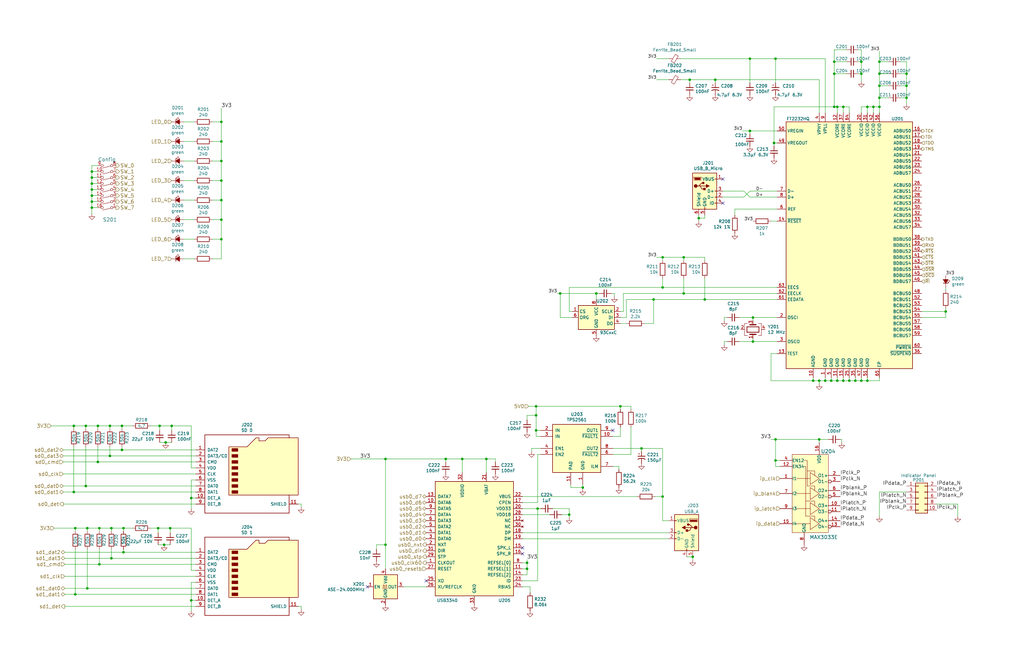
<source format=kicad_sch>
(kicad_sch (version 20230121) (generator eeschema)
  (paper "B")
  (title_block (title "I/O Ports") (date "2020-11-16") (rev "0.2"))
  (junction (at 222.25 240.03))
  (junction (at 38.735 87.63))
  (junction (at 66.675 222.885))
  (junction (at 327.025 24.765))
  (junction (at 36.195 205.105))
  (junction (at 382.27 31.115))
  (junction (at 279.4 121.285))
  (junction (at 72.39 179.705))
  (junction (at 240.03 217.17))
  (junction (at 46.355 192.405))
  (junction (at 226.06 175.26))
  (junction (at 370.84 41.275))
  (junction (at 351.79 45.085))
  (junction (at 316.23 24.765))
  (junction (at 363.22 31.115))
  (junction (at 80.645 210.185))
  (junction (at 51.435 179.705))
  (junction (at 275.59 126.365))
  (junction (at 327.025 185.42))
  (junction (at 93.345 76.2))
  (junction (at 317.5 144.145))
  (junction (at 292.1 234.95))
  (junction (at 326.39 60.325))
  (junction (at 162.56 229.87))
  (junction (at 294.64 92.075))
  (junction (at 93.345 100.965))
  (junction (at 38.735 74.93))
  (junction (at 93.345 51.435))
  (junction (at 52.07 222.885))
  (junction (at 358.14 160.655))
  (junction (at 353.06 160.655))
  (junction (at 301.625 33.655))
  (junction (at 222.25 237.49))
  (junction (at 279.4 108.585))
  (junction (at 38.735 80.01))
  (junction (at 194.945 193.675))
  (junction (at 93.345 84.455))
  (junction (at 342.9 160.655))
  (junction (at 245.745 205.74))
  (junction (at 31.75 250.825))
  (junction (at 226.06 171.45))
  (junction (at 345.44 185.42))
  (junction (at 347.98 160.655))
  (junction (at 370.84 26.035))
  (junction (at 363.22 26.035))
  (junction (at 370.84 36.195))
  (junction (at 52.07 233.045))
  (junction (at 270.51 189.23))
  (junction (at 71.755 222.885))
  (junction (at 51.435 189.865))
  (junction (at 290.83 33.655))
  (junction (at 365.76 160.655))
  (junction (at 363.22 160.655))
  (junction (at 355.6 45.085))
  (junction (at 288.29 123.825))
  (junction (at 93.345 59.69))
  (junction (at 251.46 123.825))
  (junction (at 36.83 222.885))
  (junction (at 382.27 36.195))
  (junction (at 41.91 238.125))
  (junction (at 67.31 179.705))
  (junction (at 351.79 31.115))
  (junction (at 31.75 222.885))
  (junction (at 93.345 67.945))
  (junction (at 236.22 123.825))
  (junction (at 365.76 45.085))
  (junction (at 38.735 72.39))
  (junction (at 36.83 248.285))
  (junction (at 41.91 222.885))
  (junction (at 355.6 160.655))
  (junction (at 226.06 181.61))
  (junction (at 368.3 45.085))
  (junction (at 317.5 133.985))
  (junction (at 41.275 194.945))
  (junction (at 261.62 171.45))
  (junction (at 205.105 193.675))
  (junction (at 93.345 92.71))
  (junction (at 46.99 235.585))
  (junction (at 38.735 82.55))
  (junction (at 31.115 179.705))
  (junction (at 69.215 229.87))
  (junction (at 38.735 77.47))
  (junction (at 351.79 26.035))
  (junction (at 187.96 193.675))
  (junction (at 69.85 186.69))
  (junction (at 370.84 31.115))
  (junction (at 46.355 179.705))
  (junction (at 350.52 160.655))
  (junction (at 316.23 55.245))
  (junction (at 360.68 160.655))
  (junction (at 226.695 214.63))
  (junction (at 398.78 131.445))
  (junction (at 31.115 207.645))
  (junction (at 345.44 160.655))
  (junction (at 46.99 222.885))
  (junction (at 288.29 108.585))
  (junction (at 162.56 193.675))
  (junction (at 382.27 41.275))
  (junction (at 279.4 209.55))
  (junction (at 36.195 179.705))
  (junction (at 80.645 253.365))
  (junction (at 41.275 179.705))
  (junction (at 353.06 45.085))
  (junction (at 327.025 194.31))
  (junction (at 370.84 45.085))
  (junction (at 297.18 126.365))
  (junction (at 38.735 85.09))
  (no_connect (at 220.345 233.68))
  (no_connect (at 220.345 231.14))
  (no_connect (at 304.8 85.725))
  (no_connect (at 304.8 75.565))
  (no_connect (at 154.94 247.65))
  (no_connect (at 258.445 181.61))
  (no_connect (at 179.705 245.11))
  (wire (pts (xy 36.83 222.885) (xy 36.83 224.155)))
  (wire (pts (xy 220.345 224.79) (xy 281.94 224.79)))
  (wire (pts (xy 52.07 222.885) (xy 55.88 222.885)))
  (wire (pts (xy 388.62 133.985) (xy 398.78 133.985)))
  (wire (pts (xy 327.66 149.225) (xy 325.12 149.225)))
  (wire (pts (xy 240.03 121.285) (xy 279.4 121.285)))
  (wire (pts (xy 125.73 212.725) (xy 127 212.725)))
  (wire (pts (xy 51.435 179.705) (xy 51.435 180.975)))
  (wire (pts (xy 374.65 31.115) (xy 370.84 31.115)))
  (wire (pts (xy 31.115 188.595) (xy 31.115 207.645)))
  (wire (pts (xy 46.355 188.595) (xy 46.355 192.405)))
  (wire (pts (xy 205.105 193.675) (xy 205.105 199.39)))
  (wire (pts (xy 80.645 245.745) (xy 80.645 253.365)))
  (wire (pts (xy 222.25 237.49) (xy 222.25 236.22)))
  (wire (pts (xy 41.275 77.47) (xy 38.735 77.47)))
  (wire (pts (xy 353.06 160.655) (xy 353.06 159.385)))
  (wire (pts (xy 31.75 222.885) (xy 22.86 222.885)))
  (wire (pts (xy 276.86 33.655) (xy 281.94 33.655)))
  (wire (pts (xy 226.695 245.11) (xy 220.345 245.11)))
  (wire (pts (xy 379.73 26.035) (xy 382.27 26.035)))
  (wire (pts (xy 403.86 212.725) (xy 403.86 217.805)))
  (wire (pts (xy 127 212.725) (xy 127 213.995)))
  (wire (pts (xy 264.16 126.365) (xy 264.16 133.985)))
  (wire (pts (xy 358.14 45.085) (xy 358.14 47.625)))
  (wire (pts (xy 38.735 69.85) (xy 41.275 69.85)))
  (wire (pts (xy 361.95 20.955) (xy 363.22 20.955)))
  (wire (pts (xy 66.675 222.885) (xy 71.755 222.885)))
  (wire (pts (xy 127 255.905) (xy 127 257.175)))
  (wire (pts (xy 226.695 214.63) (xy 227.965 214.63)))
  (wire (pts (xy 294.64 92.075) (xy 294.64 93.345)))
  (wire (pts (xy 41.275 80.01) (xy 38.735 80.01)))
  (wire (pts (xy 205.105 193.675) (xy 208.915 193.675)))
  (wire (pts (xy 77.47 84.455) (xy 81.915 84.455)))
  (wire (pts (xy 222.885 171.45) (xy 226.06 171.45)))
  (wire (pts (xy 358.14 160.655) (xy 358.14 159.385)))
  (wire (pts (xy 41.275 87.63) (xy 38.735 87.63)))
  (wire (pts (xy 347.98 160.655) (xy 347.98 159.385)))
  (wire (pts (xy 365.76 45.085) (xy 365.76 47.625)))
  (wire (pts (xy 290.83 33.655) (xy 301.625 33.655)))
  (wire (pts (xy 326.39 45.085) (xy 326.39 60.325)))
  (wire (pts (xy 31.75 231.775) (xy 31.75 250.825)))
  (wire (pts (xy 89.535 59.69) (xy 93.345 59.69)))
  (wire (pts (xy 162.56 229.87) (xy 162.56 240.03)))
  (wire (pts (xy 71.755 222.885) (xy 80.645 222.885)))
  (wire (pts (xy 89.535 84.455) (xy 93.345 84.455)))
  (wire (pts (xy 316.23 80.645) (xy 313.69 83.185)))
  (wire (pts (xy 309.88 88.265) (xy 327.66 88.265)))
  (wire (pts (xy 276.86 24.765) (xy 281.94 24.765)))
  (wire (pts (xy 327.66 55.245) (xy 316.23 55.245)))
  (wire (pts (xy 63.5 179.705) (xy 67.31 179.705)))
  (wire (pts (xy 226.695 214.63) (xy 226.695 245.11)))
  (wire (pts (xy 275.59 126.365) (xy 264.16 126.365)))
  (wire (pts (xy 41.275 82.55) (xy 38.735 82.55)))
  (wire (pts (xy 27.305 250.825) (xy 31.75 250.825)))
  (wire (pts (xy 360.68 160.655) (xy 363.22 160.655)))
  (wire (pts (xy 294.64 90.805) (xy 294.64 92.075)))
  (wire (pts (xy 38.735 80.01) (xy 38.735 82.55)))
  (wire (pts (xy 82.55 207.645) (xy 31.115 207.645)))
  (wire (pts (xy 21.59 179.705) (xy 31.115 179.705)))
  (wire (pts (xy 297.18 108.585) (xy 297.18 109.855)))
  (wire (pts (xy 194.945 193.675) (xy 205.105 193.675)))
  (wire (pts (xy 363.22 31.115) (xy 363.22 34.29)))
  (wire (pts (xy 89.535 51.435) (xy 93.345 51.435)))
  (wire (pts (xy 26.67 212.725) (xy 82.55 212.725)))
  (wire (pts (xy 227.965 184.15) (xy 226.06 184.15)))
  (wire (pts (xy 347.98 160.655) (xy 350.52 160.655)))
  (wire (pts (xy 220.345 237.49) (xy 222.25 237.49)))
  (wire (pts (xy 353.06 45.085) (xy 353.06 47.625)))
  (wire (pts (xy 93.345 100.965) (xy 93.345 109.22)))
  (wire (pts (xy 258.445 189.23) (xy 270.51 189.23)))
  (wire (pts (xy 275.59 136.525) (xy 271.78 136.525)))
  (wire (pts (xy 27.305 235.585) (xy 46.99 235.585)))
  (wire (pts (xy 226.06 171.45) (xy 226.06 175.26)))
  (wire (pts (xy 363.22 45.085) (xy 363.22 47.625)))
  (wire (pts (xy 226.06 175.26) (xy 226.06 181.61)))
  (wire (pts (xy 93.345 51.435) (xy 93.345 59.69)))
  (wire (pts (xy 363.22 20.955) (xy 363.22 26.035)))
  (wire (pts (xy 353.06 45.085) (xy 351.79 45.085)))
  (wire (pts (xy 63.5 222.885) (xy 66.675 222.885)))
  (wire (pts (xy 93.345 67.945) (xy 93.345 76.2)))
  (wire (pts (xy 374.65 41.275) (xy 370.84 41.275)))
  (wire (pts (xy 224.155 190.5) (xy 224.155 189.23)))
  (wire (pts (xy 26.67 205.105) (xy 36.195 205.105)))
  (wire (pts (xy 268.605 209.55) (xy 220.345 209.55)))
  (wire (pts (xy 93.345 84.455) (xy 93.345 92.71)))
  (wire (pts (xy 261.62 172.72) (xy 261.62 171.45)))
  (wire (pts (xy 51.435 188.595) (xy 51.435 189.865)))
  (wire (pts (xy 342.9 160.655) (xy 345.44 160.655)))
  (wire (pts (xy 187.96 194.945) (xy 187.96 193.675)))
  (wire (pts (xy 77.47 109.22) (xy 81.915 109.22)))
  (wire (pts (xy 365.76 45.085) (xy 368.3 45.085)))
  (wire (pts (xy 36.195 179.705) (xy 36.195 180.975)))
  (wire (pts (xy 287.02 33.655) (xy 290.83 33.655)))
  (wire (pts (xy 370.84 45.085) (xy 370.84 47.625)))
  (wire (pts (xy 71.755 229.87) (xy 69.215 229.87)))
  (wire (pts (xy 365.76 160.655) (xy 365.76 159.385)))
  (wire (pts (xy 46.99 222.885) (xy 52.07 222.885)))
  (wire (pts (xy 379.73 36.195) (xy 382.27 36.195)))
  (wire (pts (xy 158.75 231.775) (xy 158.75 229.87)))
  (wire (pts (xy 26.67 207.645) (xy 31.115 207.645)))
  (wire (pts (xy 251.46 126.365) (xy 251.46 123.825)))
  (wire (pts (xy 67.31 179.705) (xy 72.39 179.705)))
  (wire (pts (xy 327.025 194.31) (xy 327.025 196.85)))
  (wire (pts (xy 363.22 45.085) (xy 365.76 45.085)))
  (wire (pts (xy 287.02 24.765) (xy 316.23 24.765)))
  (wire (pts (xy 77.47 51.435) (xy 81.915 51.435)))
  (wire (pts (xy 345.44 185.42) (xy 345.44 186.69)))
  (wire (pts (xy 259.08 125.095) (xy 259.08 123.825)))
  (wire (pts (xy 292.1 236.22) (xy 292.1 234.95)))
  (wire (pts (xy 67.31 186.69) (xy 69.85 186.69)))
  (wire (pts (xy 398.78 121.285) (xy 398.78 122.555)))
  (wire (pts (xy 379.73 31.115) (xy 382.27 31.115)))
  (wire (pts (xy 51.435 189.865) (xy 82.55 189.865)))
  (wire (pts (xy 31.115 179.705) (xy 36.195 179.705)))
  (wire (pts (xy 233.045 214.63) (xy 240.03 214.63)))
  (wire (pts (xy 236.22 133.985) (xy 241.3 133.985)))
  (wire (pts (xy 363.22 160.655) (xy 365.76 160.655)))
  (wire (pts (xy 356.87 20.955) (xy 351.79 20.955)))
  (wire (pts (xy 266.065 171.45) (xy 261.62 171.45)))
  (wire (pts (xy 162.56 229.87) (xy 162.56 193.675)))
  (wire (pts (xy 93.345 59.69) (xy 93.345 67.945)))
  (wire (pts (xy 279.4 209.55) (xy 279.4 219.71)))
  (wire (pts (xy 80.645 179.705) (xy 80.645 197.485)))
  (wire (pts (xy 41.91 238.125) (xy 82.55 238.125)))
  (wire (pts (xy 345.44 33.655) (xy 345.44 47.625)))
  (wire (pts (xy 26.67 194.945) (xy 41.275 194.945)))
  (wire (pts (xy 365.76 160.655) (xy 370.84 160.655)))
  (wire (pts (xy 158.75 229.87) (xy 162.56 229.87)))
  (wire (pts (xy 317.5 144.145) (xy 327.66 144.145)))
  (wire (pts (xy 89.535 92.71) (xy 93.345 92.71)))
  (wire (pts (xy 353.06 45.085) (xy 355.6 45.085)))
  (wire (pts (xy 354.33 185.42) (xy 354.965 185.42)))
  (wire (pts (xy 311.785 144.145) (xy 317.5 144.145)))
  (wire (pts (xy 370.84 36.195) (xy 370.84 41.275)))
  (wire (pts (xy 368.3 45.085) (xy 370.84 45.085)))
  (wire (pts (xy 316.23 24.765) (xy 327.025 24.765)))
  (wire (pts (xy 80.645 202.565) (xy 82.55 202.565)))
  (wire (pts (xy 220.345 242.57) (xy 222.25 242.57)))
  (wire (pts (xy 327.025 185.42) (xy 327.025 194.31)))
  (wire (pts (xy 41.275 179.705) (xy 46.355 179.705)))
  (wire (pts (xy 208.915 193.675) (xy 208.915 194.945)))
  (wire (pts (xy 224.155 189.23) (xy 227.965 189.23)))
  (wire (pts (xy 351.79 31.115) (xy 351.79 45.085)))
  (wire (pts (xy 304.8 80.645) (xy 313.69 80.645)))
  (wire (pts (xy 89.535 76.2) (xy 93.345 76.2)))
  (wire (pts (xy 379.73 41.275) (xy 382.27 41.275)))
  (wire (pts (xy 222.25 240.03) (xy 222.25 237.49)))
  (wire (pts (xy 77.47 59.69) (xy 81.915 59.69)))
  (wire (pts (xy 226.06 184.15) (xy 226.06 181.61)))
  (wire (pts (xy 226.695 191.77) (xy 226.695 212.09)))
  (wire (pts (xy 301.625 33.655) (xy 345.44 33.655)))
  (wire (pts (xy 261.62 136.525) (xy 264.16 136.525)))
  (wire (pts (xy 358.14 160.655) (xy 360.68 160.655)))
  (wire (pts (xy 77.47 92.71) (xy 81.915 92.71)))
  (wire (pts (xy 89.535 109.22) (xy 93.345 109.22)))
  (wire (pts (xy 351.79 26.035) (xy 351.79 31.115)))
  (wire (pts (xy 288.29 108.585) (xy 297.18 108.585)))
  (wire (pts (xy 226.695 191.77) (xy 227.965 191.77)))
  (wire (pts (xy 305.435 144.145) (xy 306.705 144.145)))
  (wire (pts (xy 240.03 217.17) (xy 240.03 218.44)))
  (wire (pts (xy 66.675 224.79) (xy 66.675 222.885)))
  (wire (pts (xy 270.51 189.23) (xy 279.4 189.23)))
  (wire (pts (xy 36.83 222.885) (xy 41.91 222.885)))
  (wire (pts (xy 262.89 123.825) (xy 288.29 123.825)))
  (wire (pts (xy 261.62 171.45) (xy 226.06 171.45)))
  (wire (pts (xy 279.4 108.585) (xy 288.29 108.585)))
  (wire (pts (xy 394.97 212.725) (xy 403.86 212.725)))
  (wire (pts (xy 370.84 160.655) (xy 370.84 159.385)))
  (wire (pts (xy 297.18 126.365) (xy 327.66 126.365)))
  (wire (pts (xy 261.62 133.985) (xy 264.16 133.985)))
  (wire (pts (xy 270.51 189.23) (xy 270.51 190.5)))
  (wire (pts (xy 317.5 135.255) (xy 317.5 133.985)))
  (wire (pts (xy 38.735 85.09) (xy 38.735 87.63)))
  (wire (pts (xy 67.31 181.61) (xy 67.31 179.705)))
  (wire (pts (xy 41.275 72.39) (xy 38.735 72.39)))
  (wire (pts (xy 325.12 185.42) (xy 327.025 185.42)))
  (wire (pts (xy 370.84 26.035) (xy 370.84 31.115)))
  (wire (pts (xy 370.84 207.645) (xy 382.27 207.645)))
  (wire (pts (xy 297.18 90.805) (xy 297.18 92.075)))
  (wire (pts (xy 31.75 222.885) (xy 36.83 222.885)))
  (wire (pts (xy 349.25 185.42) (xy 345.44 185.42)))
  (wire (pts (xy 288.29 123.825) (xy 327.66 123.825)))
  (wire (pts (xy 251.46 123.825) (xy 252.73 123.825)))
  (wire (pts (xy 80.645 240.665) (xy 82.55 240.665)))
  (wire (pts (xy 316.23 55.245) (xy 313.055 55.245)))
  (wire (pts (xy 356.87 31.115) (xy 351.79 31.115)))
  (wire (pts (xy 223.52 247.65) (xy 223.52 250.19)))
  (wire (pts (xy 276.86 108.585) (xy 279.4 108.585)))
  (wire (pts (xy 82.55 253.365) (xy 80.645 253.365)))
  (wire (pts (xy 80.645 253.365) (xy 80.645 257.81)))
  (wire (pts (xy 261.62 131.445) (xy 262.89 131.445)))
  (wire (pts (xy 52.07 231.775) (xy 52.07 233.045)))
  (wire (pts (xy 38.735 77.47) (xy 38.735 80.01)))
  (wire (pts (xy 162.56 193.675) (xy 187.96 193.675)))
  (wire (pts (xy 327.025 185.42) (xy 345.44 185.42)))
  (wire (pts (xy 72.39 181.61) (xy 72.39 179.705)))
  (wire (pts (xy 93.345 76.2) (xy 93.345 84.455)))
  (wire (pts (xy 77.47 67.945) (xy 81.915 67.945)))
  (wire (pts (xy 36.195 188.595) (xy 36.195 205.105)))
  (wire (pts (xy 326.39 60.325) (xy 327.66 60.325)))
  (wire (pts (xy 279.4 219.71) (xy 281.94 219.71)))
  (wire (pts (xy 220.345 227.33) (xy 281.94 227.33)))
  (wire (pts (xy 370.84 45.085) (xy 370.84 41.275)))
  (wire (pts (xy 240.03 131.445) (xy 241.3 131.445)))
  (wire (pts (xy 69.215 229.87) (xy 66.675 229.87)))
  (wire (pts (xy 125.73 255.905) (xy 127 255.905)))
  (wire (pts (xy 170.18 247.65) (xy 179.705 247.65)))
  (wire (pts (xy 38.735 82.55) (xy 38.735 85.09)))
  (wire (pts (xy 89.535 67.945) (xy 93.345 67.945)))
  (wire (pts (xy 236.22 123.825) (xy 251.46 123.825)))
  (wire (pts (xy 52.07 233.045) (xy 82.55 233.045)))
  (wire (pts (xy 240.03 121.285) (xy 240.03 131.445)))
  (wire (pts (xy 222.25 177.165) (xy 222.25 175.26)))
  (wire (pts (xy 46.99 231.775) (xy 46.99 235.585)))
  (wire (pts (xy 220.345 240.03) (xy 222.25 240.03)))
  (wire (pts (xy 370.84 31.115) (xy 370.84 36.195)))
  (wire (pts (xy 31.75 222.885) (xy 31.75 224.155)))
  (wire (pts (xy 370.84 21.59) (xy 370.84 26.035)))
  (wire (pts (xy 292.1 234.95) (xy 289.56 234.95)))
  (wire (pts (xy 36.195 205.105) (xy 82.55 205.105)))
  (wire (pts (xy 311.785 133.985) (xy 317.5 133.985)))
  (wire (pts (xy 258.445 191.77) (xy 266.065 191.77)))
  (wire (pts (xy 355.6 45.085) (xy 358.14 45.085)))
  (wire (pts (xy 82.55 250.825) (xy 31.75 250.825)))
  (wire (pts (xy 245.745 205.74) (xy 245.745 204.47)))
  (wire (pts (xy 52.07 222.885) (xy 52.07 224.155)))
  (wire (pts (xy 326.39 61.595) (xy 326.39 60.325)))
  (wire (pts (xy 147.955 193.675) (xy 162.56 193.675)))
  (wire (pts (xy 317.5 133.985) (xy 327.66 133.985)))
  (wire (pts (xy 351.79 20.955) (xy 351.79 26.035)))
  (wire (pts (xy 220.345 217.17) (xy 231.775 217.17)))
  (wire (pts (xy 382.27 41.275) (xy 382.27 43.815)))
  (wire (pts (xy 82.55 210.185) (xy 80.645 210.185)))
  (wire (pts (xy 36.83 231.775) (xy 36.83 248.285)))
  (wire (pts (xy 41.91 222.885) (xy 41.91 224.155)))
  (wire (pts (xy 194.945 193.675) (xy 194.945 199.39)))
  (wire (pts (xy 38.735 69.85) (xy 38.735 72.39)))
  (wire (pts (xy 220.345 214.63) (xy 226.695 214.63)))
  (wire (pts (xy 327.025 34.925) (xy 327.025 24.765)))
  (wire (pts (xy 382.27 26.035) (xy 382.27 31.115)))
  (wire (pts (xy 279.4 189.23) (xy 279.4 209.55)))
  (wire (pts (xy 279.4 121.285) (xy 327.66 121.285)))
  (wire (pts (xy 361.95 26.035) (xy 363.22 26.035)))
  (wire (pts (xy 345.44 160.655) (xy 347.98 160.655)))
  (wire (pts (xy 355.6 160.655) (xy 358.14 160.655)))
  (wire (pts (xy 38.735 72.39) (xy 38.735 74.93)))
  (wire (pts (xy 275.59 126.365) (xy 275.59 136.525)))
  (wire (pts (xy 38.735 74.93) (xy 38.735 77.47)))
  (wire (pts (xy 31.115 179.705) (xy 31.115 180.975)))
  (wire (pts (xy 398.78 133.985) (xy 398.78 131.445)))
  (wire (pts (xy 258.445 196.85) (xy 260.985 196.85)))
  (wire (pts (xy 46.99 224.155) (xy 46.99 222.885)))
  (wire (pts (xy 27.305 233.045) (xy 52.07 233.045)))
  (wire (pts (xy 350.52 160.655) (xy 353.06 160.655)))
  (wire (pts (xy 355.6 160.655) (xy 355.6 159.385)))
  (wire (pts (xy 288.29 117.475) (xy 288.29 123.825)))
  (wire (pts (xy 259.08 123.825) (xy 257.81 123.825)))
  (wire (pts (xy 227.965 181.61) (xy 226.06 181.61)))
  (wire (pts (xy 290.83 33.655) (xy 290.83 34.925)))
  (wire (pts (xy 313.69 80.645) (xy 316.23 83.185)))
  (wire (pts (xy 356.87 26.035) (xy 351.79 26.035)))
  (wire (pts (xy 220.345 247.65) (xy 223.52 247.65)))
  (wire (pts (xy 388.62 131.445) (xy 398.78 131.445)))
  (wire (pts (xy 80.645 245.745) (xy 82.55 245.745)))
  (wire (pts (xy 353.06 160.655) (xy 355.6 160.655)))
  (wire (pts (xy 234.95 123.825) (xy 236.22 123.825)))
  (wire (pts (xy 355.6 45.085) (xy 355.6 47.625)))
  (wire (pts (xy 316.23 83.185) (xy 327.66 83.185)))
  (wire (pts (xy 41.275 85.09) (xy 38.735 85.09)))
  (wire (pts (xy 266.065 172.72) (xy 266.065 171.45)))
  (wire (pts (xy 46.355 179.705) (xy 51.435 179.705)))
  (wire (pts (xy 361.95 31.115) (xy 363.22 31.115)))
  (wire (pts (xy 363.22 26.035) (xy 363.22 31.115)))
  (wire (pts (xy 363.22 160.655) (xy 363.22 159.385)))
  (wire (pts (xy 275.59 126.365) (xy 297.18 126.365)))
  (wire (pts (xy 279.4 109.855) (xy 279.4 108.585)))
  (wire (pts (xy 71.755 224.79) (xy 71.755 222.885)))
  (wire (pts (xy 350.52 160.655) (xy 350.52 159.385)))
  (wire (pts (xy 80.645 202.565) (xy 80.645 210.185)))
  (wire (pts (xy 41.275 74.93) (xy 38.735 74.93)))
  (wire (pts (xy 41.91 231.775) (xy 41.91 238.125)))
  (wire (pts (xy 93.345 92.71) (xy 93.345 100.965)))
  (wire (pts (xy 301.625 34.925) (xy 301.625 33.655)))
  (wire (pts (xy 27.305 238.125) (xy 41.91 238.125)))
  (wire (pts (xy 374.65 36.195) (xy 370.84 36.195)))
  (wire (pts (xy 276.225 209.55) (xy 279.4 209.55)))
  (wire (pts (xy 305.435 133.985) (xy 306.705 133.985)))
  (wire (pts (xy 26.67 192.405) (xy 46.355 192.405)))
  (wire (pts (xy 382.27 36.195) (xy 382.27 41.275)))
  (wire (pts (xy 80.645 197.485) (xy 82.55 197.485)))
  (wire (pts (xy 82.55 243.205) (xy 27.305 243.205)))
  (wire (pts (xy 327.66 80.645) (xy 316.23 80.645)))
  (wire (pts (xy 258.445 184.15) (xy 261.62 184.15)))
  (wire (pts (xy 317.5 142.875) (xy 317.5 144.145)))
  (wire (pts (xy 77.47 100.965) (xy 81.915 100.965)))
  (wire (pts (xy 36.195 179.705) (xy 41.275 179.705)))
  (wire (pts (xy 27.305 255.905) (xy 82.55 255.905)))
  (wire (pts (xy 261.62 184.15) (xy 261.62 180.34)))
  (wire (pts (xy 327.025 24.765) (xy 347.98 24.765)))
  (wire (pts (xy 245.745 206.375) (xy 245.745 205.74)))
  (wire (pts (xy 313.69 83.185) (xy 304.8 83.185)))
  (wire (pts (xy 51.435 179.705) (xy 55.88 179.705)))
  (wire (pts (xy 226.695 212.09) (xy 220.345 212.09)))
  (wire (pts (xy 69.85 186.69) (xy 72.39 186.69)))
  (wire (pts (xy 240.665 205.74) (xy 245.745 205.74)))
  (wire (pts (xy 36.83 248.285) (xy 82.55 248.285)))
  (wire (pts (xy 89.535 100.965) (xy 93.345 100.965)))
  (wire (pts (xy 305.435 145.415) (xy 305.435 144.145)))
  (wire (pts (xy 327.025 196.85) (xy 328.93 196.85)))
  (wire (pts (xy 260.985 196.85) (xy 260.985 198.12)))
  (wire (pts (xy 82.55 200.025) (xy 26.67 200.025)))
  (wire (pts (xy 309.88 90.805) (xy 309.88 88.265)))
  (wire (pts (xy 236.22 123.825) (xy 236.22 133.985)))
  (wire (pts (xy 26.67 189.865) (xy 51.435 189.865)))
  (wire (pts (xy 27.305 248.285) (xy 36.83 248.285)))
  (wire (pts (xy 368.3 45.085) (xy 368.3 47.625)))
  (wire (pts (xy 325.12 160.655) (xy 342.9 160.655)))
  (wire (pts (xy 325.12 93.345) (xy 327.66 93.345)))
  (wire (pts (xy 325.12 149.225) (xy 325.12 160.655)))
  (wire (pts (xy 305.435 135.255) (xy 305.435 133.985)))
  (wire (pts (xy 38.735 87.63) (xy 38.735 90.17)))
  (wire (pts (xy 77.47 76.2) (xy 81.915 76.2)))
  (wire (pts (xy 297.18 92.075) (xy 294.64 92.075)))
  (wire (pts (xy 354.965 185.42) (xy 354.965 186.69)))
  (wire (pts (xy 370.84 207.645) (xy 370.84 217.805)))
  (wire (pts (xy 41.275 194.945) (xy 82.55 194.945)))
  (wire (pts (xy 316.23 34.925) (xy 316.23 24.765)))
  (wire (pts (xy 236.855 217.17) (xy 240.03 217.17)))
  (wire (pts (xy 240.665 205.74) (xy 240.665 204.47)))
  (wire (pts (xy 187.96 193.675) (xy 194.945 193.675)))
  (wire (pts (xy 351.79 45.085) (xy 326.39 45.085)))
  (wire (pts (xy 46.99 235.585) (xy 82.55 235.585)))
  (wire (pts (xy 279.4 117.475) (xy 279.4 121.285)))
  (wire (pts (xy 41.91 222.885) (xy 46.99 222.885)))
  (wire (pts (xy 360.68 160.655) (xy 360.68 159.385)))
  (wire (pts (xy 345.44 161.925) (xy 345.44 160.655)))
  (wire (pts (xy 93.345 45.72) (xy 93.345 51.435)))
  (wire (pts (xy 328.93 194.31) (xy 327.025 194.31)))
  (wire (pts (xy 297.18 117.475) (xy 297.18 126.365)))
  (wire (pts (xy 382.27 31.115) (xy 382.27 36.195)))
  (wire (pts (xy 342.9 159.385) (xy 342.9 160.655)))
  (wire (pts (xy 41.275 179.705) (xy 41.275 180.975)))
  (wire (pts (xy 222.25 242.57) (xy 222.25 240.03)))
  (wire (pts (xy 374.65 26.035) (xy 370.84 26.035)))
  (wire (pts (xy 240.03 214.63) (xy 240.03 217.17)))
  (wire (pts (xy 266.065 191.77) (xy 266.065 180.34)))
  (wire (pts (xy 288.29 109.855) (xy 288.29 108.585)))
  (wire (pts (xy 46.355 192.405) (xy 82.55 192.405)))
  (wire (pts (xy 316.23 56.515) (xy 316.23 55.245)))
  (wire (pts (xy 41.275 188.595) (xy 41.275 194.945)))
  (wire (pts (xy 398.78 131.445) (xy 398.78 130.175)))
  (wire (pts (xy 80.645 222.885) (xy 80.645 240.665)))
  (wire (pts (xy 347.98 24.765) (xy 347.98 47.625)))
  (wire (pts (xy 222.25 175.26) (xy 226.06 175.26)))
  (wire (pts (xy 46.355 180.975) (xy 46.355 179.705)))
  (wire (pts (xy 72.39 179.705) (xy 80.645 179.705)))
  (wire (pts (xy 262.89 131.445) (xy 262.89 123.825)))
  (wire (pts (xy 80.645 210.185) (xy 80.645 214.63)))
  (label "IPblank_N" (at 382.27 212.725 180) (effects (font (size 1.524 1.524))))
  (label "3V3" (at 93.345 45.72 0) (effects (font (size 1.524 1.524))))
  (label "D+" (at 318.77 83.185 0))
  (label "3V3" (at 317.5 93.345 180))
  (label "IPlatch_P" (at 354.33 213.36 0) (effects (font (size 1.524 1.524))))
  (label "3V3" (at 313.055 55.245 180))
  (label "IPblank_P" (at 394.97 210.185 0) (effects (font (size 1.524 1.524))))
  (label "IPlatch_P" (at 394.97 207.645 0) (effects (font (size 1.524 1.524))))
  (label "3V3" (at 156.21 193.675 180) (effects (font (size 1.524 1.524))))
  (label "IPblank_P" (at 354.33 207.01 0) (effects (font (size 1.524 1.524))))
  (label "3V3" (at 276.86 24.765 180))
  (label "3V3" (at 398.78 116.205 0))
  (label "IPdata_N" (at 394.97 205.105 0) (effects (font (size 1.524 1.524))))
  (label "IPdata_P" (at 382.27 205.105 180) (effects (font (size 1.524 1.524))))
  (label "D-" (at 318.77 80.645 0))
  (label "3V3" (at 276.86 33.655 180))
  (label "IPclk_N" (at 394.97 215.265 0) (effects (font (size 1.524 1.524))))
  (label "3V3" (at 234.95 123.825 180))
  (label "IPdata_P" (at 354.33 219.71 0) (effects (font (size 1.524 1.524))))
  (label "IPlatch_N" (at 382.27 210.185 180) (effects (font (size 1.524 1.524))))
  (label "3V3" (at 325.12 185.42 180) (effects (font (size 1.524 1.524))))
  (label "3V3" (at 222.25 236.22 0) (effects (font (size 1.524 1.524))))
  (label "IPclk_P" (at 382.27 215.265 180) (effects (font (size 1.524 1.524))))
  (label "3V3" (at 370.84 21.59 180))
  (label "IPclk_N" (at 354.33 203.2 0) (effects (font (size 1.524 1.524))))
  (label "IPlatch_N" (at 354.33 215.9 0) (effects (font (size 1.524 1.524))))
  (label "IPclk_P" (at 354.33 200.66 0) (effects (font (size 1.524 1.524))))
  (label "IPdata_N" (at 354.33 222.25 0) (effects (font (size 1.524 1.524))))
  (label "IPblank_N" (at 354.33 209.55 0) (effects (font (size 1.524 1.524))))
  (label "3V3" (at 276.86 108.585 180))
  (hierarchical_label "~{RI}" (shape input) (at 388.62 118.745 0))
  (hierarchical_label "usb0_resetb" (shape input) (at 179.705 240.03 180) (effects (font (size 1.524 1.524))))
  (hierarchical_label "LED_1" (shape input) (at 72.39 59.69 180) (effects (font (size 1.524 1.524))))
  (hierarchical_label "usb0_dir" (shape output) (at 179.705 232.41 180) (effects (font (size 1.524 1.524))))
  (hierarchical_label "sd1_det" (shape output) (at 27.305 255.905 180) (effects (font (size 1.524 1.524))))
  (hierarchical_label "sd0_dat3" (shape bidirectional) (at 26.67 192.405 180) (effects (font (size 1.524 1.524))))
  (hierarchical_label "SW_0" (shape output) (at 48.895 69.85 0) (effects (font (size 1.524 1.524))))
  (hierarchical_label "~{DTR}" (shape output) (at 388.62 111.125 0))
  (hierarchical_label "usb0_clk60" (shape output) (at 179.705 237.49 180) (effects (font (size 1.524 1.524))))
  (hierarchical_label "ip_latch" (shape input) (at 328.93 214.63 180) (effects (font (size 1.524 1.524))))
  (hierarchical_label "~{CTS}" (shape input) (at 388.62 108.585 0))
  (hierarchical_label "SW_1" (shape output) (at 48.895 72.39 0) (effects (font (size 1.524 1.524))))
  (hierarchical_label "ip_blank" (shape input) (at 328.93 208.28 180) (effects (font (size 1.524 1.524))))
  (hierarchical_label "sd1_dat0" (shape bidirectional) (at 27.305 248.285 180) (effects (font (size 1.524 1.524))))
  (hierarchical_label "usb0_stp" (shape output) (at 179.705 234.95 180) (effects (font (size 1.524 1.524))))
  (hierarchical_label "ip_clk" (shape input) (at 328.93 201.93 180) (effects (font (size 1.524 1.524))))
  (hierarchical_label "sd1_clk" (shape input) (at 27.305 243.205 180) (effects (font (size 1.524 1.524))))
  (hierarchical_label "usb0_nxt" (shape output) (at 179.705 229.87 180) (effects (font (size 1.524 1.524))))
  (hierarchical_label "TDI" (shape output) (at 388.62 57.785 0))
  (hierarchical_label "sd0_clk" (shape input) (at 26.67 200.025 180) (effects (font (size 1.524 1.524))))
  (hierarchical_label "SW_6" (shape output) (at 48.895 85.09 0) (effects (font (size 1.524 1.524))))
  (hierarchical_label "LED_7" (shape input) (at 72.39 109.22 180) (effects (font (size 1.524 1.524))))
  (hierarchical_label "usb0_d3" (shape bidirectional) (at 179.705 219.71 180) (effects (font (size 1.524 1.524))))
  (hierarchical_label "RXD" (shape input) (at 388.62 103.505 0))
  (hierarchical_label "usb0_d5" (shape bidirectional) (at 179.705 214.63 180) (effects (font (size 1.524 1.524))))
  (hierarchical_label "LED_0" (shape input) (at 72.39 51.435 180) (effects (font (size 1.524 1.524))))
  (hierarchical_label "TMS" (shape output) (at 388.62 62.865 0))
  (hierarchical_label "LED_3" (shape input) (at 72.39 76.2 180) (effects (font (size 1.524 1.524))))
  (hierarchical_label "usb0_d2" (shape bidirectional) (at 179.705 222.25 180) (effects (font (size 1.524 1.524))))
  (hierarchical_label "sd0_cmd" (shape input) (at 26.67 194.945 180) (effects (font (size 1.524 1.524))))
  (hierarchical_label "~{RTS}" (shape output) (at 388.62 106.045 0))
  (hierarchical_label "5V0" (shape input) (at 222.885 171.45 180) (effects (font (size 1.524 1.524))))
  (hierarchical_label "sd0_dat2" (shape bidirectional) (at 26.67 189.865 180) (effects (font (size 1.524 1.524))))
  (hierarchical_label "usb0_d0" (shape bidirectional) (at 179.705 227.33 180) (effects (font (size 1.524 1.524))))
  (hierarchical_label "sd1_dat2" (shape bidirectional) (at 27.305 233.045 180) (effects (font (size 1.524 1.524))))
  (hierarchical_label "sd1_dat3" (shape bidirectional) (at 27.305 235.585 180) (effects (font (size 1.524 1.524))))
  (hierarchical_label "sd0_det" (shape output) (at 26.67 212.725 180) (effects (font (size 1.524 1.524))))
  (hierarchical_label "SW_4" (shape output) (at 48.895 80.01 0) (effects (font (size 1.524 1.524))))
  (hierarchical_label "LED_5" (shape input) (at 72.39 92.71 180) (effects (font (size 1.524 1.524))))
  (hierarchical_label "usb0_d6" (shape bidirectional) (at 179.705 212.09 180) (effects (font (size 1.524 1.524))))
  (hierarchical_label "sd1_cmd" (shape input) (at 27.305 238.125 180) (effects (font (size 1.524 1.524))))
  (hierarchical_label "~{DCD}" (shape input) (at 388.62 116.205 0))
  (hierarchical_label "sd1_dat1" (shape bidirectional) (at 27.305 250.825 180) (effects (font (size 1.524 1.524))))
  (hierarchical_label "3V3" (shape input) (at 147.955 193.675 180) (effects (font (size 1.524 1.524))))
  (hierarchical_label "TDO" (shape input) (at 388.62 60.325 0))
  (hierarchical_label "3V3" (shape input) (at 21.59 179.705 180) (effects (font (size 1.524 1.524))))
  (hierarchical_label "LED_6" (shape input) (at 72.39 100.965 180) (effects (font (size 1.524 1.524))))
  (hierarchical_label "LED_2" (shape input) (at 72.39 67.945 180) (effects (font (size 1.524 1.524))))
  (hierarchical_label "TCK" (shape output) (at 388.62 55.245 0))
  (hierarchical_label "SW_3" (shape output) (at 48.895 77.47 0) (effects (font (size 1.524 1.524))))
  (hierarchical_label "usb0_d1" (shape bidirectional) (at 179.705 224.79 180) (effects (font (size 1.524 1.524))))
  (hierarchical_label "ip_data" (shape input) (at 328.93 220.98 180) (effects (font (size 1.524 1.524))))
  (hierarchical_label "SW_5" (shape output) (at 48.895 82.55 0) (effects (font (size 1.524 1.524))))
  (hierarchical_label "LED_4" (shape input) (at 72.39 84.455 180) (effects (font (size 1.524 1.524))))
  (hierarchical_label "TXD" (shape output) (at 388.62 100.965 0))
  (hierarchical_label "sd0_dat0" (shape bidirectional) (at 26.67 205.105 180) (effects (font (size 1.524 1.524))))
  (hierarchical_label "SW_7" (shape output) (at 48.895 87.63 0) (effects (font (size 1.524 1.524))))
  (hierarchical_label "usb0_d4" (shape bidirectional) (at 179.705 217.17 180) (effects (font (size 1.524 1.524))))
  (hierarchical_label "SW_2" (shape output) (at 48.895 74.93 0) (effects (font (size 1.524 1.524))))
  (hierarchical_label "sd0_dat1" (shape bidirectional) (at 26.67 207.645 180) (effects (font (size 1.524 1.524))))
  (hierarchical_label "3V3" (shape input) (at 22.86 222.885 180) (effects (font (size 1.524 1.524))))
  (hierarchical_label "~{DSR}" (shape input) (at 388.62 113.665 0))
  (hierarchical_label "usb0_d7" (shape bidirectional) (at 179.705 209.55 180) (effects (font (size 1.524 1.524))))
  (symbol (lib_id "power:GND") (at 292.1 236.22 0) (unit 1)
    (property "Reference" "#PWR0233" (effects hide))
    (property "Value" "GND" (effects hide))
  )
  (symbol (lib_id "myLib:DIP-Switch-8") (at 46.355 87.63 180) (unit 1)
    (property "Reference" "S201" (at 46.355 92.71 0) (effects (font (size 1.524 1.524))))
    (property "Value" "Config" (at 45.085 67.31 0) (effects (font (size 1.524 1.524))))
    (property "Footprint" "Button_Switch_SMD:SW_DIP_SPSTx08_Slide_6.7x21.88mm_W6.73mm_P2.54mm_LowProfile_JPin" (effects hide))
  )
  (symbol (lib_id "power:GND") (at 38.735 90.17 0) (mirror y) (unit 1)
    (property "Reference" "#PWR0209" (effects hide))
    (property "Value" "GND" (effects hide))
  )
  (symbol (lib_id "Connector:USB_A") (at 289.56 224.79 0) (mirror y) (unit 1)
    (property "Reference" "J203" (at 294.64 213.36 0) (effects (justify left)))
    (property "Value" "USB_A" (at 294.64 215.9 0) (effects (justify left)))
    (property "Footprint" "myMods:USB-A-Amphenol-UE27" (effects hide))
    (property "manf#" "UE27AC54100" (effects hide))
  )
  (symbol (lib_id "myLib:USB3340") (at 200.025 227.33 0) (unit 1)
    (property "Reference" "U205" (at 212.725 253.365 0))
    (property "Value" "USB3340" (at 188.595 253.365 0))
    (property "Footprint" "Package_DFN_QFN:QFN-32-1EP_5x5mm_P0.5mm_EP3.45x3.45mm" (effects hide))
    (property "Datasheet" "http://ww1.microchip.com/downloads/en/DeviceDoc/00001783C.pdf" (effects hide))
    (property "manf#" "USB3340-EZK" (effects hide))
  )
  (symbol (lib_id "power:GND") (at 200.025 255.27 0) (unit 1)
    (property "Reference" "#PWR0236" (effects hide))
    (property "Value" "GND" (effects hide))
  )
  (symbol (lib_id "Interface_USB:TPS2561") (at 243.205 189.23 0) (unit 1)
    (property "Reference" "U203" (at 243.205 174.8282 0))
    (property "Value" "TPS2561" (at 243.205 177.1396 0))
    (property "Footprint" "Package_SON:VSON-10-1EP_3x3mm_P0.5mm_EP1.65x2.4mm_ThermalVias" (effects hide))
    (property "Datasheet" "http://www.ti.com/lit/ds/symlink/tps2561.pdf" (effects hide))
    (property "manf#" "TPS2561DRCR" (effects hide))
  )
  (symbol (lib_id "Device:R") (at 261.62 176.53 0) (unit 1)
    (property "Reference" "R216" (at 259.9182 175.3616 0) (effects (justify right)))
    (property "Value" "100k" (at 259.9182 177.673 0) (effects (justify right)))
    (property "Footprint" "Resistor_SMD:R_0603_1608Metric" (effects hide))
  )
  (symbol (lib_id "Device:R") (at 266.065 176.53 0) (unit 1)
    (property "Reference" "R217" (at 267.7922 175.3616 0) (effects (justify left)))
    (property "Value" "100k" (at 267.7922 177.673 0) (effects (justify left)))
    (property "Footprint" "Resistor_SMD:R_0603_1608Metric" (effects hide))
  )
  (symbol (lib_id "power:GND") (at 245.745 206.375 0) (unit 1)
    (property "Reference" "#PWR0225" (effects hide))
    (property "Value" "GND" (effects hide))
  )
  (symbol (lib_id "Device:CP1_Small") (at 270.51 193.04 0) (unit 1)
    (property "Reference" "C221" (at 272.8214 191.8716 0) (effects (justify left)))
    (property "Value" "150µF" (at 272.8214 194.183 0) (effects (justify left)))
    (property "Footprint" "Capacitor_Tantalum_SMD:CP_EIA-6032-28_Kemet-C" (effects hide))
  )
  (symbol (lib_id "power:GND") (at 270.51 195.58 0) (unit 1)
    (property "Reference" "#PWR0221" (effects hide))
    (property "Value" "GND" (effects hide))
  )
  (symbol (lib_id "Device:R") (at 260.985 201.93 0) (unit 1)
    (property "Reference" "R224" (at 262.7122 200.7616 0) (effects (justify left)))
    (property "Value" "56.2k" (at 262.7122 203.073 0) (effects (justify left)))
    (property "Footprint" "Resistor_SMD:R_0603_1608Metric" (effects hide))
  )
  (symbol (lib_id "power:GND") (at 260.985 205.74 0) (unit 1)
    (property "Reference" "#PWR0224" (effects hide))
    (property "Value" "GND" (effects hide))
  )
  (symbol (lib_id "Device:C_Small") (at 222.25 179.705 0) (unit 1)
    (property "Reference" "C217" (at 219.9386 178.5366 0) (effects (justify right)))
    (property "Value" "100nF" (at 219.9386 180.848 0) (effects (justify right)))
    (property "Footprint" "Capacitor_SMD:C_0603_1608Metric" (effects hide))
  )
  (symbol (lib_id "power:GND") (at 222.25 182.245 0) (unit 1)
    (property "Reference" "#PWR0217" (effects hide))
    (property "Value" "GND" (effects hide))
  )
  (symbol (lib_id "Device:R") (at 85.725 51.435 270) (unit 1)
    (property "Reference" "R201" (at 85.725 46.1772 90))
    (property "Value" "240" (at 85.725 48.4886 90))
    (property "Footprint" "Resistor_SMD:R_0603_1608Metric" (effects hide))
  )
  (symbol (lib_id "Device:LED_Small_ALT") (at 74.93 51.435 0) (unit 1)
    (property "Reference" "D201" (at 74.93 45.466 0))
    (property "Value" "green" (at 74.93 47.7774 0))
    (property "Footprint" "LED_SMD:LED_0603_1608Metric" (effects hide))
    (property "manf#" "LTST-C190KGKT" (effects hide))
  )
  (symbol (lib_id "Device:R") (at 85.725 59.69 270) (unit 1)
    (property "Reference" "R202" (at 85.725 54.4322 90))
    (property "Value" "240" (at 85.725 56.7436 90))
    (property "Footprint" "Resistor_SMD:R_0603_1608Metric" (effects hide))
  )
  (symbol (lib_id "Device:LED_Small_ALT") (at 74.93 59.69 0) (unit 1)
    (property "Reference" "D202" (at 74.93 53.721 0))
    (property "Value" "green" (at 74.93 56.0324 0))
    (property "Footprint" "LED_SMD:LED_0603_1608Metric" (effects hide))
    (property "manf#" "LTST-C190KGKT" (effects hide))
  )
  (symbol (lib_id "Device:R") (at 85.725 67.945 270) (unit 1)
    (property "Reference" "R203" (at 85.725 62.6872 90))
    (property "Value" "240" (at 85.725 64.9986 90))
    (property "Footprint" "Resistor_SMD:R_0603_1608Metric" (effects hide))
  )
  (symbol (lib_id "Device:LED_Small_ALT") (at 74.93 67.945 0) (unit 1)
    (property "Reference" "D203" (at 74.93 61.976 0))
    (property "Value" "green" (at 74.93 64.2874 0))
    (property "Footprint" "LED_SMD:LED_0603_1608Metric" (effects hide))
    (property "manf#" "LTST-C190KGKT" (effects hide))
  )
  (symbol (lib_id "Device:R") (at 85.725 76.2 270) (unit 1)
    (property "Reference" "R204" (at 85.725 70.9422 90))
    (property "Value" "240" (at 85.725 73.2536 90))
    (property "Footprint" "Resistor_SMD:R_0603_1608Metric" (effects hide))
  )
  (symbol (lib_id "Device:LED_Small_ALT") (at 74.93 76.2 0) (unit 1)
    (property "Reference" "D204" (at 74.93 70.231 0))
    (property "Value" "green" (at 74.93 72.5424 0))
    (property "Footprint" "LED_SMD:LED_0603_1608Metric" (effects hide))
    (property "manf#" "LTST-C190KGKT" (effects hide))
  )
  (symbol (lib_id "Device:R") (at 85.725 84.455 270) (unit 1)
    (property "Reference" "R205" (at 85.725 79.1972 90))
    (property "Value" "240" (at 85.725 81.5086 90))
    (property "Footprint" "Resistor_SMD:R_0603_1608Metric" (effects hide))
  )
  (symbol (lib_id "Device:LED_Small_ALT") (at 74.93 84.455 0) (unit 1)
    (property "Reference" "D205" (at 74.93 78.486 0))
    (property "Value" "green" (at 74.93 80.7974 0))
    (property "Footprint" "LED_SMD:LED_0603_1608Metric" (effects hide))
    (property "manf#" "LTST-C190KGKT" (effects hide))
  )
  (symbol (lib_id "Device:R") (at 85.725 92.71 270) (unit 1)
    (property "Reference" "R206" (at 85.725 87.4522 90))
    (property "Value" "240" (at 85.725 89.7636 90))
    (property "Footprint" "Resistor_SMD:R_0603_1608Metric" (effects hide))
  )
  (symbol (lib_id "Device:LED_Small_ALT") (at 74.93 92.71 0) (unit 1)
    (property "Reference" "D206" (at 74.93 86.741 0))
    (property "Value" "green" (at 74.93 89.0524 0))
    (property "Footprint" "LED_SMD:LED_0603_1608Metric" (effects hide))
    (property "manf#" "LTST-C190KGKT" (effects hide))
  )
  (symbol (lib_id "Device:R") (at 85.725 100.965 270) (unit 1)
    (property "Reference" "R209" (at 85.725 95.7072 90))
    (property "Value" "240" (at 85.725 98.0186 90))
    (property "Footprint" "Resistor_SMD:R_0603_1608Metric" (effects hide))
  )
  (symbol (lib_id "Device:LED_Small_ALT") (at 74.93 100.965 0) (unit 1)
    (property "Reference" "D207" (at 74.93 94.996 0))
    (property "Value" "green" (at 74.93 97.3074 0))
    (property "Footprint" "LED_SMD:LED_0603_1608Metric" (effects hide))
    (property "manf#" "LTST-C190KGKT" (effects hide))
  )
  (symbol (lib_id "Device:R") (at 85.725 109.22 270) (unit 1)
    (property "Reference" "R210" (at 85.725 103.9622 90))
    (property "Value" "240" (at 85.725 106.2736 90))
    (property "Footprint" "Resistor_SMD:R_0603_1608Metric" (effects hide))
  )
  (symbol (lib_id "Device:LED_Small_ALT") (at 74.93 109.22 0) (unit 1)
    (property "Reference" "D208" (at 74.93 103.251 0))
    (property "Value" "green" (at 74.93 105.5624 0))
    (property "Footprint" "LED_SMD:LED_0603_1608Metric" (effects hide))
    (property "manf#" "LTST-C190KGKT" (effects hide))
  )
  (symbol (lib_id "Device:C_Small") (at 187.96 197.485 0) (unit 1)
    (property "Reference" "C222" (at 185.6486 196.3166 0) (effects (justify right)))
    (property "Value" "100nF" (at 185.6486 198.628 0) (effects (justify right)))
    (property "Footprint" "Capacitor_SMD:C_0603_1608Metric" (effects hide))
  )
  (symbol (lib_id "power:GND") (at 187.96 200.025 0) (unit 1)
    (property "Reference" "#PWR0222" (effects hide))
    (property "Value" "GND" (effects hide))
  )
  (symbol (lib_id "Device:C_Small") (at 208.915 197.485 0) (unit 1)
    (property "Reference" "C223" (at 211.2518 196.3166 0) (effects (justify left)))
    (property "Value" "100nF" (at 211.2518 198.628 0) (effects (justify left)))
    (property "Footprint" "Capacitor_SMD:C_0603_1608Metric" (effects hide))
  )
  (symbol (lib_id "power:GND") (at 208.915 200.025 0) (unit 1)
    (property "Reference" "#PWR0223" (effects hide))
    (property "Value" "GND" (effects hide))
  )
  (symbol (lib_id "Device:R") (at 223.52 254 0) (unit 1)
    (property "Reference" "R232" (at 225.2472 252.8316 0) (effects (justify left)))
    (property "Value" "8.06k" (at 225.2472 255.143 0) (effects (justify left)))
    (property "Footprint" "Resistor_SMD:R_0603_1608Metric" (effects hide))
  )
  (symbol (lib_id "power:GND") (at 223.52 257.81 0) (unit 1)
    (property "Reference" "#PWR0239" (effects hide))
    (property "Value" "GND" (effects hide))
  )
  (symbol (lib_id "Device:C_Small") (at 230.505 214.63 90) (unit 1)
    (property "Reference" "C224" (at 230.505 208.8134 90))
    (property "Value" "1µF" (at 230.505 211.1248 90))
    (property "Footprint" "Capacitor_SMD:C_0603_1608Metric" (effects hide))
  )
  (symbol (lib_id "power:GND") (at 240.03 218.44 0) (unit 1)
    (property "Reference" "#PWR0230" (effects hide))
    (property "Value" "GND" (effects hide))
  )
  (symbol (lib_id "Device:C_Small") (at 234.315 217.17 90) (unit 1)
    (property "Reference" "C225" (at 234.315 220.6498 90))
    (property "Value" "1µF" (at 234.315 222.9612 90))
    (property "Footprint" "Capacitor_SMD:C_0603_1608Metric" (effects hide))
  )
  (symbol (lib_id "Oscillator:ASE-xxxMHz") (at 162.56 247.65 0) (unit 1)
    (property "Reference" "X201" (at 153.8224 246.4816 0) (effects (justify right)))
    (property "Value" "ASE-24.000MHz" (at 153.8224 248.793 0) (effects (justify right)))
    (property "Footprint" "Oscillator:Oscillator_SMD_Abracon_ASE-4Pin_3.2x2.5mm" (effects hide))
    (property "Datasheet" "http://www.abracon.com/Oscillators/ASV.pdf" (effects hide))
    (property "manf#" "ASE-24.000MHZ-LC-T" (effects hide))
  )
  (symbol (lib_id "power:GND") (at 162.56 255.27 0) (unit 1)
    (property "Reference" "#PWR0235" (effects hide))
    (property "Value" "GND" (effects hide))
  )
  (symbol (lib_id "Device:C_Small") (at 158.75 234.315 0) (unit 1)
    (property "Reference" "C228" (at 156.4386 233.1466 0) (effects (justify right)))
    (property "Value" "10nF" (at 156.4386 235.458 0) (effects (justify right)))
    (property "Footprint" "Capacitor_SMD:C_0603_1608Metric" (effects hide))
  )
  (symbol (lib_id "power:GND") (at 158.75 236.855 0) (unit 1)
    (property "Reference" "#PWR0234" (effects hide))
    (property "Value" "GND" (effects hide))
  )
  (symbol (lib_id "Device:R") (at 272.415 209.55 90) (unit 1)
    (property "Reference" "R225" (at 272.415 204.343 90))
    (property "Value" "20k" (at 272.415 206.6544 90))
    (property "Footprint" "Resistor_SMD:R_0603_1608Metric" (effects hide))
  )
  (symbol (lib_id "Connector_Generic:Conn_02x05_Odd_Even") (at 387.35 210.185 0) (unit 1)
    (property "Reference" "P201" (at 387.35 202.565 0))
    (property "Value" "Indicator Panel" (at 387.35 200.66 0))
    (property "Footprint" "myMods:Box_Header_2x05_P2.54mm" (effects hide))
    (property "Datasheet" "https://drawings-pdf.s3.amazonaws.com/11092.pdf" (effects hide))
    (property "manf#" "SBH11-PBPC-D05-RA-BK" (effects hide))
  )
  (symbol (lib_id "myLib:MAX3033E") (at 334.01 196.85 0) (unit 1)
    (property "Reference" "U204" (at 349.25 190.5 0) (effects (font (size 1.524 1.524))))
    (property "Value" "MAX3033E" (at 347.345 226.695 0) (effects (font (size 1.524 1.524))))
    (property "Footprint" "Package_SO:TSSOP-16_4.4x5mm_P0.65mm" (effects hide))
    (property "Datasheet" "http://datasheets.maximintegrated.com/en/ds/MAX3030E-MAX3033E.pdf" (effects hide))
    (property "manf#" "MAX3033ECUE+" (effects hide))
  )
  (symbol (lib_id "power:GND") (at 403.86 217.805 0) (unit 1)
    (property "Reference" "#PWR0229" (effects hide))
    (property "Value" "GND" (effects hide))
  )
  (symbol (lib_id "power:GND") (at 370.84 217.805 0) (unit 1)
    (property "Reference" "#PWR0228" (effects hide))
    (property "Value" "GND" (effects hide))
  )
  (symbol (lib_id "power:GND") (at 339.09 229.87 0) (unit 1)
    (property "Reference" "#PWR0232" (effects hide))
    (property "Value" "GND" (effects hide))
  )
  (symbol (lib_id "Device:C_Small") (at 351.79 185.42 270) (unit 1)
    (property "Reference" "C220" (at 351.79 179.6034 90))
    (property "Value" "100nF" (at 351.79 181.9148 90))
    (property "Footprint" "Capacitor_SMD:C_0603_1608Metric" (effects hide))
  )
  (symbol (lib_id "power:GND") (at 354.965 186.69 0) (unit 1)
    (property "Reference" "#PWR0219" (effects hide))
    (property "Value" "GND" (effects hide))
  )
  (symbol (lib_id "Device:C_Small") (at 72.39 184.15 0) (unit 1)
    (property "Reference" "C219" (at 74.7268 182.9816 0) (effects (justify left)))
    (property "Value" "100nF" (at 74.7268 185.293 0) (effects (justify left)))
    (property "Footprint" "Capacitor_SMD:C_0603_1608Metric" (effects hide))
  )
  (symbol (lib_id "Device:C_Small") (at 67.31 184.15 0) (unit 1)
    (property "Reference" "C218" (at 64.9986 182.9816 0) (effects (justify right)))
    (property "Value" "22µF 10V" (at 64.9986 185.293 0) (effects (justify right)))
    (property "Footprint" "Capacitor_SMD:C_0603_1608Metric" (effects hide))
  )
  (symbol (lib_id "Device:C_Small") (at 71.755 227.33 0) (unit 1)
    (property "Reference" "C227" (at 74.0918 226.1616 0) (effects (justify left)))
    (property "Value" "100nF" (at 74.0918 228.473 0) (effects (justify left)))
    (property "Footprint" "Capacitor_SMD:C_0603_1608Metric" (effects hide))
  )
  (symbol (lib_id "Device:C_Small") (at 66.675 227.33 0) (unit 1)
    (property "Reference" "C226" (at 64.3636 226.1616 0) (effects (justify right)))
    (property "Value" "22µF 10V" (at 64.3636 228.473 0) (effects (justify right)))
    (property "Footprint" "Capacitor_SMD:C_0603_1608Metric" (effects hide))
  )
  (symbol (lib_id "power:GND") (at 69.85 186.69 0) (unit 1)
    (property "Reference" "#PWR0218" (effects hide))
    (property "Value" "GND" (effects hide))
  )
  (symbol (lib_id "power:GND") (at 69.215 229.87 0) (unit 1)
    (property "Reference" "#PWR0231" (effects hide))
    (property "Value" "GND" (effects hide))
  )
  (symbol (lib_id "Device:R") (at 59.69 179.705 270) (unit 1)
    (property "Reference" "R218" (at 59.69 177.165 90))
    (property "Value" "4.7" (at 59.69 179.705 90))
    (property "Footprint" "Resistor_SMD:R_0603_1608Metric" (effects hide))
  )
  (symbol (lib_id "Device:R") (at 59.69 222.885 270) (unit 1)
    (property "Reference" "R226" (at 59.69 220.345 90))
    (property "Value" "4.7" (at 59.69 222.885 90))
    (property "Footprint" "Resistor_SMD:R_0603_1608Metric" (effects hide))
  )
  (symbol (lib_id "power:GND") (at 224.155 190.5 0) (unit 1)
    (property "Reference" "#PWR0220" (effects hide))
    (property "Value" "GND" (effects hide))
  )
  (symbol (lib_id "Device:R") (at 36.195 184.785 0) (unit 1)
    (property "Reference" "R220" (at 38.227 184.785 90))
    (property "Value" "50k" (at 36.195 184.785 90))
    (property "Footprint" "Resistor_SMD:R_0603_1608Metric" (effects hide))
    (property "manf#" "RC0603FR-0749K9L" (effects hide))
  )
  (symbol (lib_id "Device:R") (at 31.115 184.785 0) (unit 1)
    (property "Reference" "R219" (at 33.147 184.785 90))
    (property "Value" "50k" (at 31.115 184.785 90))
    (property "Footprint" "Resistor_SMD:R_0603_1608Metric" (effects hide))
    (property "manf#" "RC0603FR-0749K9L" (effects hide))
  )
  (symbol (lib_id "Device:R") (at 41.275 184.785 0) (unit 1)
    (property "Reference" "R221" (at 43.307 184.785 90))
    (property "Value" "50k" (at 41.275 184.785 90))
    (property "Footprint" "Resistor_SMD:R_0603_1608Metric" (effects hide))
    (property "manf#" "RC0603FR-0749K9L" (effects hide))
  )
  (symbol (lib_id "Device:R") (at 51.435 184.785 0) (unit 1)
    (property "Reference" "R223" (at 53.467 184.785 90))
    (property "Value" "50k" (at 51.435 184.785 90))
    (property "Footprint" "Resistor_SMD:R_0603_1608Metric" (effects hide))
    (property "manf#" "RC0603FR-0749K9L" (effects hide))
  )
  (symbol (lib_id "Device:R") (at 46.355 184.785 0) (unit 1)
    (property "Reference" "R222" (at 48.387 184.785 90))
    (property "Value" "50k" (at 46.355 184.785 90))
    (property "Footprint" "Resistor_SMD:R_0603_1608Metric" (effects hide))
    (property "manf#" "RC0603FR-0749K9L" (effects hide))
  )
  (symbol (lib_id "power:GND") (at 80.645 214.63 0) (unit 1)
    (property "Reference" "#PWR0227" (effects hide))
    (property "Value" "GND" (effects hide))
  )
  (symbol (lib_id "power:GND") (at 127 213.995 0) (unit 1)
    (property "Reference" "#PWR0226" (effects hide))
    (property "Value" "GND" (effects hide))
  )
  (symbol (lib_id "Connector:Micro_SD_Card_Det") (at 105.41 200.025 0) (unit 1)
    (property "Reference" "J202" (at 104.14 179.2732 0))
    (property "Value" "SD 0" (at 104.14 181.5846 0))
    (property "Footprint" "Connector_Card:microSD_HC_Hirose_DM3BT-DSF-PEJS" (effects hide))
    (property "Datasheet" "https://www.hirose.com/product/download/?distributor=digikey&type=2d&lang=en&num=DM3BT-DSF-PEJS" (effects hide))
    (property "manf#" "DM3BT-DSF-PEJS" (effects hide))
  )
  (symbol (lib_id "Device:R") (at 36.83 227.965 0) (unit 1)
    (property "Reference" "R228" (at 38.862 227.965 90))
    (property "Value" "50k" (at 36.83 227.965 90))
    (property "Footprint" "Resistor_SMD:R_0603_1608Metric" (effects hide))
    (property "manf#" "RC0603FR-0749K9L" (effects hide))
  )
  (symbol (lib_id "Device:R") (at 31.75 227.965 0) (unit 1)
    (property "Reference" "R227" (at 33.782 227.965 90))
    (property "Value" "50k" (at 31.75 227.965 90))
    (property "Footprint" "Resistor_SMD:R_0603_1608Metric" (effects hide))
    (property "manf#" "RC0603FR-0749K9L" (effects hide))
  )
  (symbol (lib_id "Device:R") (at 41.91 227.965 0) (unit 1)
    (property "Reference" "R229" (at 43.942 227.965 90))
    (property "Value" "50k" (at 41.91 227.965 90))
    (property "Footprint" "Resistor_SMD:R_0603_1608Metric" (effects hide))
    (property "manf#" "RC0603FR-0749K9L" (effects hide))
  )
  (symbol (lib_id "Device:R") (at 52.07 227.965 0) (unit 1)
    (property "Reference" "R231" (at 54.102 227.965 90))
    (property "Value" "50k" (at 52.07 227.965 90))
    (property "Footprint" "Resistor_SMD:R_0603_1608Metric" (effects hide))
    (property "manf#" "RC0603FR-0749K9L" (effects hide))
  )
  (symbol (lib_id "Device:R") (at 46.99 227.965 0) (unit 1)
    (property "Reference" "R230" (at 49.022 227.965 90))
    (property "Value" "50k" (at 46.99 227.965 90))
    (property "Footprint" "Resistor_SMD:R_0603_1608Metric" (effects hide))
    (property "manf#" "RC0603FR-0749K9L" (effects hide))
  )
  (symbol (lib_id "power:GND") (at 80.645 257.81 0) (unit 1)
    (property "Reference" "#PWR0238" (effects hide))
    (property "Value" "GND" (effects hide))
  )
  (symbol (lib_id "power:GND") (at 127 257.175 0) (unit 1)
    (property "Reference" "#PWR0237" (effects hide))
    (property "Value" "GND" (effects hide))
  )
  (symbol (lib_id "Connector:Micro_SD_Card_Det") (at 105.41 243.205 0) (unit 1)
    (property "Reference" "J204" (at 104.14 222.4532 0))
    (property "Value" "SD 1" (at 104.14 224.7646 0))
    (property "Footprint" "Connector_Card:microSD_HC_Hirose_DM3BT-DSF-PEJS" (effects hide))
    (property "Datasheet" "https://www.hirose.com/product/download/?distributor=digikey&type=2d&lang=en&num=DM3BT-DSF-PEJS" (effects hide))
    (property "manf#" "DM3BT-DSF-PEJS" (effects hide))
  )
  (symbol (lib_id "Device:R") (at 297.18 113.665 0) (mirror y) (unit 1)
    (property "Reference" "R213" (at 295.402 112.4966 0) (effects (justify left)))
    (property "Value" "10k" (at 295.402 114.808 0) (effects (justify left)))
    (property "Footprint" "Resistor_SMD:R_0603_1608Metric" (effects hide))
  )
  (symbol (lib_id "Device:R") (at 279.4 113.665 0) (mirror y) (unit 1)
    (property "Reference" "R211" (at 277.622 112.4966 0) (effects (justify left)))
    (property "Value" "10k" (at 277.622 114.808 0) (effects (justify left)))
    (property "Footprint" "Resistor_SMD:R_0603_1608Metric" (effects hide))
  )
  (symbol (lib_id "power:GND") (at 259.08 125.095 0) (mirror y) (unit 1)
    (property "Reference" "#PWR0212" (effects hide))
    (property "Value" "GND" (effects hide))
  )
  (symbol (lib_id "power:GND") (at 251.46 141.605 0) (unit 1)
    (property "Reference" "#PWR0214" (effects hide))
    (property "Value" "GND" (effects hide))
  )
  (symbol (lib_id "Device:C_Small") (at 255.27 123.825 270) (unit 1)
    (property "Reference" "C214" (at 255.27 118.0084 90))
    (property "Value" "100nF" (at 255.27 120.3198 90))
    (property "Footprint" "Capacitor_SMD:C_0603_1608Metric" (effects hide))
  )
  (symbol (lib_id "Device:R") (at 288.29 113.665 0) (mirror y) (unit 1)
    (property "Reference" "R212" (at 286.512 112.4966 0) (effects (justify left)))
    (property "Value" "10k" (at 286.512 114.808 0) (effects (justify left)))
    (property "Footprint" "Resistor_SMD:R_0603_1608Metric" (effects hide))
  )
  (symbol (lib_id "Device:R") (at 267.97 136.525 270) (mirror x) (unit 1)
    (property "Reference" "R215" (at 267.97 131.2672 90))
    (property "Value" "2.2k" (at 267.97 133.5786 90))
    (property "Footprint" "Resistor_SMD:R_0603_1608Metric" (effects hide))
  )
  (symbol (lib_id "Memory_EEPROM:93CxxC") (at 251.46 133.985 0) (unit 1)
    (property "Reference" "U202" (at 254 127 0))
    (property "Value" "93CxxC" (at 256.54 140.335 0))
    (property "Footprint" "Package_DFN_QFN:DFN-8-1EP_3x2mm_P0.5mm_EP1.3x1.5mm" (effects hide))
    (property "Datasheet" "http://ww1.microchip.com/downloads/en/DeviceDoc/20001749K.pdf" (effects hide))
  )
  (symbol (lib_id "Device:C_Small") (at 359.41 20.955 90) (mirror x) (unit 1)
    (property "Reference" "C201" (at 357.505 19.685 90) (effects (justify left)))
    (property "Value" "100nF" (at 367.03 19.685 90) (effects (justify left)))
    (property "Footprint" "Capacitor_SMD:C_0603_1608Metric" (effects hide))
  )
  (symbol (lib_id "Device:C_Small") (at 377.19 26.035 90) (unit 1)
    (property "Reference" "C203" (at 375.92 24.765 90) (effects (justify left)))
    (property "Value" "100nF" (at 384.175 24.765 90) (effects (justify left)))
    (property "Footprint" "Capacitor_SMD:C_0603_1608Metric" (effects hide))
  )
  (symbol (lib_id "Device:C_Small") (at 377.19 31.115 90) (unit 1)
    (property "Reference" "C205" (at 375.92 30.48 90) (effects (justify left)))
    (property "Value" "100nF" (at 384.175 29.845 90) (effects (justify left)))
    (property "Footprint" "Capacitor_SMD:C_0603_1608Metric" (effects hide))
  )
  (symbol (lib_id "Device:C_Small") (at 377.19 36.195 90) (unit 1)
    (property "Reference" "C206" (at 375.92 34.925 90) (effects (justify left)))
    (property "Value" "100nF" (at 384.175 34.925 90) (effects (justify left)))
    (property "Footprint" "Capacitor_SMD:C_0603_1608Metric" (effects hide))
  )
  (symbol (lib_id "Device:C_Small") (at 377.19 41.275 90) (unit 1)
    (property "Reference" "C211" (at 375.92 40.005 90) (effects (justify left)))
    (property "Value" "100nF" (at 384.175 40.005 90) (effects (justify left)))
    (property "Footprint" "Capacitor_SMD:C_0603_1608Metric" (effects hide))
  )
  (symbol (lib_id "power:GND") (at 316.23 61.595 0) (unit 1)
    (property "Reference" "#PWR0207" (effects hide))
    (property "Value" "GND" (effects hide))
  )
  (symbol (lib_id "Device:C_Small") (at 316.23 59.055 0) (unit 1)
    (property "Reference" "C212" (at 309.88 57.15 0) (effects (justify left)))
    (property "Value" "100nF" (at 309.88 60.96 0) (effects (justify left)))
    (property "Footprint" "Capacitor_SMD:C_0603_1608Metric" (effects hide))
  )
  (symbol (lib_id "power:GND") (at 309.88 98.425 0) (unit 1)
    (property "Reference" "#PWR0211" (effects hide))
    (property "Value" "GND" (effects hide))
  )
  (symbol (lib_id "Device:R") (at 321.31 93.345 270) (mirror x) (unit 1)
    (property "Reference" "R207" (at 321.31 96.266 90))
    (property "Value" "1k" (at 321.31 98.5774 90))
    (property "Footprint" "Resistor_SMD:R_0603_1608Metric" (effects hide))
  )
  (symbol (lib_id "Device:R") (at 309.88 94.615 0) (mirror y) (unit 1)
    (property "Reference" "R208" (at 308.102 93.4466 0) (effects (justify left)))
    (property "Value" "12k 1%" (at 308.102 95.758 0) (effects (justify left)))
    (property "Footprint" "Resistor_SMD:R_0603_1608Metric" (effects hide))
  )
  (symbol (lib_id "Connector:USB_B_Micro") (at 297.18 80.645 0) (unit 1)
    (property "Reference" "J201" (at 298.6278 68.7832 0))
    (property "Value" "USB_B_Micro" (at 298.6278 71.0946 0))
    (property "Footprint" "Connector_USB:USB_Micro-B_Molex_47346-0001" (effects hide))
  )
  (symbol (lib_id "Device:Ferrite_Bead_Small") (at 284.48 24.765 270) (unit 1)
    (property "Reference" "FB201" (at 284.48 18.7452 90))
    (property "Value" "Ferrite_Bead_Small" (at 284.48 21.0566 90))
    (property "Footprint" "Inductor_SMD:L_0805_2012Metric" (effects hide))
  )
  (symbol (lib_id "Device:Ferrite_Bead_Small") (at 284.48 33.655 270) (unit 1)
    (property "Reference" "FB202" (at 284.48 27.6352 90))
    (property "Value" "Ferrite_Bead_Small" (at 284.48 29.9466 90))
    (property "Footprint" "Inductor_SMD:L_0805_2012Metric" (effects hide))
  )
  (symbol (lib_id "power:GND") (at 301.625 40.005 0) (unit 1)
    (property "Reference" "#PWR0203" (effects hide))
    (property "Value" "GND" (effects hide))
  )
  (symbol (lib_id "power:GND") (at 290.83 40.005 0) (unit 1)
    (property "Reference" "#PWR0202" (effects hide))
    (property "Value" "GND" (effects hide))
  )
  (symbol (lib_id "power:GND") (at 327.025 40.005 0) (unit 1)
    (property "Reference" "#PWR0205" (effects hide))
    (property "Value" "GND" (effects hide))
  )
  (symbol (lib_id "power:GND") (at 316.23 40.005 0) (unit 1)
    (property "Reference" "#PWR0204" (effects hide))
    (property "Value" "GND" (effects hide))
  )
  (symbol (lib_id "Device:C_Small") (at 290.83 37.465 0) (unit 1)
    (property "Reference" "C207" (at 293.1668 36.2966 0) (effects (justify left)))
    (property "Value" "100nF" (at 293.1668 38.608 0) (effects (justify left)))
    (property "Footprint" "Capacitor_SMD:C_0603_1608Metric" (effects hide))
  )
  (symbol (lib_id "Device:C_Small") (at 316.23 37.465 0) (unit 1)
    (property "Reference" "C209" (at 318.5668 36.2966 0) (effects (justify left)))
    (property "Value" "100nF" (at 318.5668 38.608 0) (effects (justify left)))
    (property "Footprint" "Capacitor_SMD:C_0603_1608Metric" (effects hide))
  )
  (symbol (lib_id "power:GND") (at 326.39 66.675 0) (unit 1)
    (property "Reference" "#PWR0208" (effects hide))
    (property "Value" "GND" (effects hide))
  )
  (symbol (lib_id "Device:C_Small") (at 326.39 64.135 0) (mirror y) (unit 1)
    (property "Reference" "C213" (at 324.0532 62.9666 0) (effects (justify left)))
    (property "Value" "3.3µF 6.3V" (at 324.0532 65.278 0) (effects (justify left)))
    (property "Footprint" "Capacitor_SMD:C_0603_1608Metric" (effects hide))
  )
  (symbol (lib_id "power:GND") (at 363.22 34.29 0) (mirror y) (unit 1)
    (property "Reference" "#PWR0201" (effects hide))
    (property "Value" "GND" (effects hide))
  )
  (symbol (lib_id "Device:C_Small") (at 359.41 31.115 90) (mirror x) (unit 1)
    (property "Reference" "C204" (at 357.505 29.845 90) (effects (justify left)))
    (property "Value" "100nF" (at 367.03 29.845 90) (effects (justify left)))
    (property "Footprint" "Capacitor_SMD:C_0603_1608Metric" (effects hide))
  )
  (symbol (lib_id "Device:C_Small") (at 359.41 26.035 90) (mirror x) (unit 1)
    (property "Reference" "C202" (at 357.505 24.765 90) (effects (justify left)))
    (property "Value" "100nF" (at 367.03 24.765 90) (effects (justify left)))
    (property "Footprint" "Capacitor_SMD:C_0603_1608Metric" (effects hide))
  )
  (symbol (lib_id "power:GND") (at 382.27 43.815 0) (unit 1)
    (property "Reference" "#PWR0206" (effects hide))
    (property "Value" "GND" (effects hide))
  )
  (symbol (lib_id "Device:CP1_Small") (at 327.025 37.465 0) (unit 1)
    (property "Reference" "C210" (at 329.946 36.2966 0) (effects (justify left)))
    (property "Value" "4.7µF 6.3V" (at 327.66 40.005 0) (effects (justify left)))
    (property "Footprint" "Capacitor_SMD:C_0603_1608Metric" (effects hide))
  )
  (symbol (lib_id "Device:CP1_Small") (at 301.625 37.465 0) (unit 1)
    (property "Reference" "C208" (at 303.9364 36.2966 0) (effects (justify left)))
    (property "Value" "4.7µF 6.3V" (at 302.26 40.005 0) (effects (justify left)))
    (property "Footprint" "Capacitor_SMD:C_0603_1608Metric" (effects hide))
  )
  (symbol (lib_id "power:GND") (at 345.44 161.925 0) (unit 1)
    (property "Reference" "#PWR0216" (effects hide))
    (property "Value" "GND" (effects hide))
  )
  (symbol (lib_id "power:GND") (at 294.64 93.345 0) (unit 1)
    (property "Reference" "#PWR0210" (effects hide))
    (property "Value" "GND" (effects hide))
  )
  (symbol (lib_id "Device:R") (at 398.78 126.365 0) (mirror y) (unit 1)
    (property "Reference" "R214" (at 400.558 125.1966 0) (effects (justify right)))
    (property "Value" "240" (at 400.558 127.508 0) (effects (justify right)))
    (property "Footprint" "Resistor_SMD:R_0603_1608Metric" (effects hide))
  )
  (symbol (lib_id "Device:LED_Small_ALT") (at 398.78 118.745 270) (mirror x) (unit 1)
    (property "Reference" "D209" (at 401.2692 117.5766 90) (effects (justify left)))
    (property "Value" "green" (at 401.2692 119.888 90) (effects (justify left)))
    (property "Footprint" "LED_SMD:LED_0603_1608Metric" (effects hide))
  )
  (symbol (lib_id "myLib:FT2232HQ") (at 358.14 103.505 0) (unit 1)
    (property "Reference" "U201" (at 378.46 50.165 0))
    (property "Value" "FT2232HQ" (at 336.55 50.165 0))
    (property "Footprint" "Package_DFN_QFN:QFN-64-1EP_9x9mm_P0.5mm_EP4.35x4.35mm_ThermalVias" (effects hide))
    (property "Datasheet" "https://www.ftdichip.com/Support/Documents/DataSheets/ICs/DS_FT2232H.pdf" (effects hide))
    (property "manf#" "FT2232HQ" (effects hide))
  )
  (symbol (lib_id "Device:C_Small") (at 309.245 144.145 90) (mirror x) (unit 1)
    (property "Reference" "C216" (at 309.245 138.3284 90))
    (property "Value" "8pF" (at 309.245 140.6398 90))
    (property "Footprint" "Capacitor_SMD:C_0603_1608Metric" (effects hide))
  )
  (symbol (lib_id "Device:C_Small") (at 309.245 133.985 90) (mirror x) (unit 1)
    (property "Reference" "C215" (at 309.245 128.1684 90))
    (property "Value" "8pF" (at 309.245 130.4798 90))
    (property "Footprint" "Capacitor_SMD:C_0603_1608Metric" (effects hide))
  )
  (symbol (lib_id "power:GND") (at 305.435 145.415 0) (unit 1)
    (property "Reference" "#PWR0215" (effects hide))
    (property "Value" "GND" (effects hide))
  )
  (symbol (lib_id "power:GND") (at 305.435 135.255 0) (unit 1)
    (property "Reference" "#PWR0213" (effects hide))
    (property "Value" "GND" (effects hide))
  )
  (symbol (lib_id "Device:Crystal_GND24") (at 317.5 139.065 90) (unit 1)
    (property "Reference" "Y201" (at 323.6976 137.8966 90) (effects (justify right)))
    (property "Value" "12 MHz" (at 323.6976 140.208 90) (effects (justify right)))
    (property "Footprint" "Crystal:Crystal_SMD_Abracon_ABM10-4Pin_2.5x2.0mm" (effects hide))
    (property "Datasheet" "https://abracon.com/Resonators/ABM10-167-12.000MHz.pdf" (effects hide))
    (property "manf#" "ABM10-167-12.000MHZ-T3" (effects hide))
  )
)
</source>
